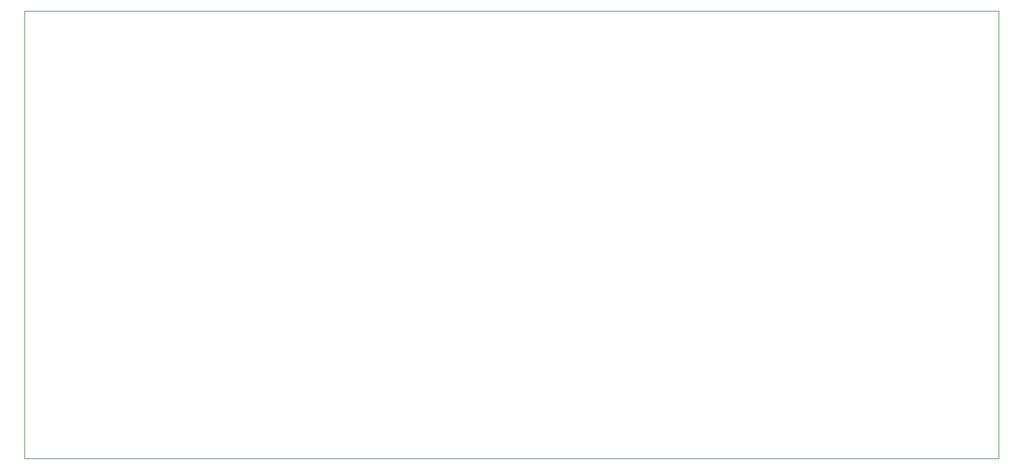
<source format=gbr>
G04 #@! TF.GenerationSoftware,KiCad,Pcbnew,5.1.5*
G04 #@! TF.CreationDate,2020-04-13T11:39:52+02:00*
G04 #@! TF.ProjectId,h_bridge,685f6272-6964-4676-952e-6b696361645f,rev?*
G04 #@! TF.SameCoordinates,Original*
G04 #@! TF.FileFunction,Profile,NP*
%FSLAX46Y46*%
G04 Gerber Fmt 4.6, Leading zero omitted, Abs format (unit mm)*
G04 Created by KiCad (PCBNEW 5.1.5) date 2020-04-13 11:39:52*
%MOMM*%
%LPD*%
G04 APERTURE LIST*
%ADD10C,0.050000*%
G04 APERTURE END LIST*
D10*
X229000000Y-98000000D02*
X100500000Y-98000000D01*
X229000000Y-157000000D02*
X229000000Y-98000000D01*
X100500000Y-157000000D02*
X229000000Y-157000000D01*
X100500000Y-98000000D02*
X100500000Y-157000000D01*
M02*

</source>
